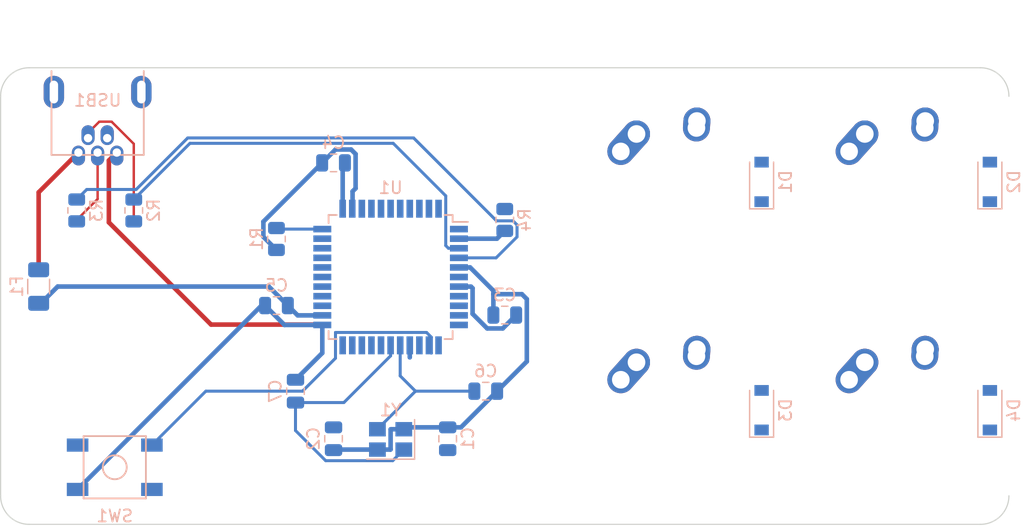
<source format=kicad_pcb>
(kicad_pcb (version 20211014) (generator pcbnew)
  (layers (0 "F.Cu" signal) (31 "B.Cu" signal) (34 "B.Paste" user) (35 "F.Paste" user) (36 "B.SilkS" user "B.Silkscreen") (37 "F.SilkS" user "F.Silkscreen") (38 "B.Mask" user) (39 "F.Mask" user) (44 "Edge.Cuts" user))
  (net 0 "")
  (net 1 "Net-(C1-Pad1)")
  (net 2 "GND")
  (net 3 "+5V")
  (net 4 "Net-(C6-Pad2)")
  (net 5 "Net-(C7-Pad2)")
  (net 6 "ROW0")
  (net 7 "Net-(D1-Pad2)")
  (net 8 "Net-(D2-Pad2)")
  (net 9 "ROW1")
  (net 10 "Net-(D3-Pad2)")
  (net 11 "Net-(D4-Pad2)")
  (net 12 "VCC")
  (net 13 "COL0")
  (net 14 "COL1")
  (net 15 "Net-(R1-Pad1)")
  (net 16 "D-")
  (net 17 "Net-(R2-Pad2)")
  (net 18 "D+")
  (net 19 "Net-(R3-Pad2)")
  (net 20 "Net-(R4-Pad2)")
  (footprint "MX_Alps_Hybrid:MX-1U-NoLED" (layer "F.Cu") (at 119.85625 46.83125)
    (fp_text reference "MX2")
    (fp_text value "MX-NoLED")
    (pad "" np_thru_hole circle locked (at 5.08 0 48.0996) (size 1.75 1.75) (drill 1.75) (layers *.Cu *.Mask))
    (pad "" np_thru_hole circle locked (at 0 0) (size 3.9878 3.9878) (drill 3.9878) (layers *.Cu *.Mask))
    (pad "" np_thru_hole circle locked (at -5.08 0 48.0996) (size 1.75 1.75) (drill 1.75) (layers *.Cu *.Mask))
    (pad "1" thru_hole oval locked (at -3.81 -2.54 48.0996) (size 4.211556 2.25) (drill 1.47 (offset 0.980778 0)) (layers *.Cu "B.Mask") (net 14 "COL1"))
    (pad "1" thru_hole circle locked (at -2.5 -4) (size 2.25 2.25) (drill 1.47) (layers *.Cu "B.Mask") (net 14 "COL1"))
    (pad "2" thru_hole oval locked (at 2.5 -4.5 86.0548) (size 2.831378 2.25) (drill 1.47 (offset 0.290689 0)) (layers *.Cu "B.Mask") (net 8 "Net-(D2-Pad2)"))
    (pad "2" thru_hole circle locked (at 2.54 -5.08) (size 2.25 2.25) (drill 1.47) (layers *.Cu "B.Mask") (net 8 "Net-(D2-Pad2)"))
  )
  (footprint "MX_Alps_Hybrid:MX-1U-NoLED" (layer "F.Cu") (at 100.80625 65.88125)
    (fp_text reference "MX3")
    (fp_text value "MX-NoLED")
    (pad "" np_thru_hole circle locked (at 5.08 0 48.0996) (size 1.75 1.75) (drill 1.75) (layers *.Cu *.Mask))
    (pad "" np_thru_hole circle locked (at 0 0) (size 3.9878 3.9878) (drill 3.9878) (layers *.Cu *.Mask))
    (pad "" np_thru_hole circle locked (at -5.08 0 48.0996) (size 1.75 1.75) (drill 1.75) (layers *.Cu *.Mask))
    (pad "1" thru_hole circle locked (at -2.5 -4) (size 2.25 2.25) (drill 1.47) (layers *.Cu "B.Mask") (net 13 "COL0"))
    (pad "1" thru_hole oval locked (at -3.81 -2.54 48.0996) (size 4.211556 2.25) (drill 1.47 (offset 0.980778 0)) (layers *.Cu "B.Mask") (net 13 "COL0"))
    (pad "2" thru_hole oval locked (at 2.5 -4.5 86.0548) (size 2.831378 2.25) (drill 1.47 (offset 0.290689 0)) (layers *.Cu "B.Mask") (net 10 "Net-(D3-Pad2)"))
    (pad "2" thru_hole circle locked (at 2.54 -5.08) (size 2.25 2.25) (drill 1.47) (layers *.Cu "B.Mask") (net 10 "Net-(D3-Pad2)"))
  )
  (footprint "MX_Alps_Hybrid:MX-1U-NoLED" (layer "F.Cu") (at 100.80625 46.83125)
    (fp_text reference "MX1")
    (fp_text value "MX-NoLED")
    (pad "" np_thru_hole circle locked (at 0 0) (size 3.9878 3.9878) (drill 3.9878) (layers *.Cu *.Mask))
    (pad "" np_thru_hole circle locked (at -5.08 0 48.0996) (size 1.75 1.75) (drill 1.75) (layers *.Cu *.Mask))
    (pad "" np_thru_hole circle locked (at 5.08 0 48.0996) (size 1.75 1.75) (drill 1.75) (layers *.Cu *.Mask))
    (pad "1" thru_hole circle locked (at -2.5 -4) (size 2.25 2.25) (drill 1.47) (layers *.Cu "B.Mask") (net 13 "COL0"))
    (pad "1" thru_hole oval locked (at -3.81 -2.54 48.0996) (size 4.211556 2.25) (drill 1.47 (offset 0.980778 0)) (layers *.Cu "B.Mask") (net 13 "COL0"))
    (pad "2" thru_hole circle locked (at 2.54 -5.08) (size 2.25 2.25) (drill 1.47) (layers *.Cu "B.Mask") (net 7 "Net-(D1-Pad2)"))
    (pad "2" thru_hole oval locked (at 2.5 -4.5 86.0548) (size 2.831378 2.25) (drill 1.47 (offset 0.290689 0)) (layers *.Cu "B.Mask") (net 7 "Net-(D1-Pad2)"))
  )
  (footprint "MX_Alps_Hybrid:MX-1U-NoLED" (layer "F.Cu") (at 119.85625 65.88125)
    (fp_text reference "MX4")
    (fp_text value "MX-NoLED")
    (pad "" np_thru_hole circle locked (at 5.08 0 48.0996) (size 1.75 1.75) (drill 1.75) (layers *.Cu *.Mask))
    (pad "" np_thru_hole circle locked (at -5.08 0 48.0996) (size 1.75 1.75) (drill 1.75) (layers *.Cu *.Mask))
    (pad "" np_thru_hole circle locked (at 0 0) (size 3.9878 3.9878) (drill 3.9878) (layers *.Cu *.Mask))
    (pad "1" thru_hole circle locked (at -2.5 -4) (size 2.25 2.25) (drill 1.47) (layers *.Cu "B.Mask") (net 14 "COL1"))
    (pad "1" thru_hole oval locked (at -3.81 -2.54 48.0996) (size 4.211556 2.25) (drill 1.47 (offset 0.980778 0)) (layers *.Cu "B.Mask") (net 14 "COL1"))
    (pad "2" thru_hole oval locked (at 2.5 -4.5 86.0548) (size 2.831378 2.25) (drill 1.47 (offset 0.290689 0)) (layers *.Cu "B.Mask") (net 11 "Net-(D4-Pad2)"))
    (pad "2" thru_hole circle locked (at 2.54 -5.08) (size 2.25 2.25) (drill 1.47) (layers *.Cu "B.Mask") (net 11 "Net-(D4-Pad2)"))
  )
  (footprint "Resistor_SMD:R_0805_2012Metric" (layer "B.Cu") (at 87.3125 50.00625 90)
    (fp_text reference "R4" (at 0 1.65 90) (layer "B.SilkS") (effects (justify mirror)))
    (fp_text value "10k")
    (fp_line (start -0.227064 -0.735) (end 0.227064 -0.735) (layer "B.SilkS") (width 0.12))
    (fp_line (start -0.227064 0.735) (end 0.227064 0.735) (layer "B.SilkS") (width 0.12))
    (pad "1" smd roundrect (at -0.9125 0 90) (size 1.025 1.4) (layers "B.Cu" "B.Paste" "B.Mask") (roundrect_rratio 0.243902) (net 3 "+5V"))
    (pad "2" smd roundrect (at 0.9125 0 90) (size 1.025 1.4) (layers "B.Cu" "B.Paste" "B.Mask") (roundrect_rratio 0.243902) (net 20 "Net-(R4-Pad2)"))
  )
  (footprint "Fuse:Fuse_1206_3216Metric" (layer "B.Cu") (at 48.41875 55.5625 -90)
    (fp_text reference "F1" (at 0 1.82 90) (layer "B.SilkS") (effects (justify mirror)))
    (fp_text value "500mA")
    (fp_line (start -0.602064 0.91) (end 0.602064 0.91) (layer "B.SilkS") (width 0.12))
    (fp_line (start -0.602064 -0.91) (end 0.602064 -0.91) (layer "B.SilkS") (width 0.12))
    (pad "1" smd roundrect (at -1.4 0 270) (size 1.25 1.75) (layers "B.Cu" "B.Paste" "B.Mask") (roundrect_rratio 0.2) (net 12 "VCC"))
    (pad "2" smd roundrect (at 1.4 0 270) (size 1.25 1.75) (layers "B.Cu" "B.Paste" "B.Mask") (roundrect_rratio 0.2) (net 3 "+5V"))
  )
  (footprint "Capacitor_SMD:C_0805_2012Metric" (layer "B.Cu") (at 69.85 64.29375 -90)
    (fp_text reference "C7" (at 0 1.68 -270) (layer "B.SilkS") (effects (justify mirror)))
    (fp_text value "22pF")
    (fp_line (start -0.261252 0.735) (end 0.261252 0.735) (layer "B.SilkS") (width 0.12))
    (fp_line (start -0.261252 -0.735) (end 0.261252 -0.735) (layer "B.SilkS") (width 0.12))
    (pad "1" smd roundrect (at -0.95 0 270) (size 1 1.45) (layers "B.Cu" "B.Paste" "B.Mask") (net 2 "GND"))
    (pad "2" smd roundrect (at 0.95 0 270) (size 1 1.45) (layers "B.Cu" "B.Paste" "B.Mask") (net 5 "Net-(C7-Pad2)"))
  )
  (footprint "Crystal:Crystal_SMD_3225-4Pin_3.2x2.5mm" (layer "B.Cu") (at 77.7875 68.31875 180)
    (fp_text reference "Y1" (at 0 2.45) (layer "B.SilkS") (effects (justify mirror)))
    (fp_text value "16MHz")
    (fp_line (start -2 1.65) (end -2 -1.65) (layer "B.SilkS") (width 0.12))
    (fp_line (start -2 -1.65) (end 2 -1.65) (layer "B.SilkS") (width 0.12))
    (pad "1" smd rect (at -1.1 -0.85 180) (size 1.4 1.2) (layers "B.Cu" "B.Paste" "B.Mask") (net 5 "Net-(C7-Pad2)"))
    (pad "2" smd rect (at 1.1 -0.85 180) (size 1.4 1.2) (layers "B.Cu" "B.Paste" "B.Mask") (net 2 "GND"))
    (pad "3" smd rect (at 1.1 0.85 180) (size 1.4 1.2) (layers "B.Cu" "B.Paste" "B.Mask") (net 4 "Net-(C6-Pad2)"))
    (pad "4" smd rect (at -1.1 0.85 180) (size 1.4 1.2) (layers "B.Cu" "B.Paste" "B.Mask") (net 2 "GND"))
  )
  (footprint "Capacitor_SMD:C_0805_2012Metric" (layer "B.Cu") (at 73.025 68.2625 -90)
    (fp_text reference "C2" (at 0 1.68 90) (layer "B.SilkS") (effects (justify mirror)))
    (fp_text value "0.1uF")
    (fp_line (start -0.261252 0.735) (end 0.261252 0.735) (layer "B.SilkS") (width 0.12))
    (fp_line (start -0.261252 -0.735) (end 0.261252 -0.735) (layer "B.SilkS") (width 0.12))
    (pad "1" smd roundrect (at -0.95 0 270) (size 1 1.45) (layers "B.Cu" "B.Paste" "B.Mask") (net 3 "+5V"))
    (pad "2" smd roundrect (at 0.95 0 270) (size 1 1.45) (layers "B.Cu" "B.Paste" "B.Mask") (net 2 "GND"))
  )
  (footprint "Diode_SMD:D_SOD-123" (layer "B.Cu") (at 127.79375 46.83125 90)
    (fp_text reference "D2" (at 0 2 90) (layer "B.SilkS") (effects (justify mirror)))
    (fp_text value "D_Small")
    (fp_line (start -2.25 1) (end 1.65 1) (layer "B.SilkS") (width 0.12))
    (fp_line (start -2.25 1) (end -2.25 -1) (layer "B.SilkS") (width 0.12))
    (fp_line (start -2.25 -1) (end 1.65 -1) (layer "B.SilkS") (width 0.12))
    (pad "1" smd rect (at -1.65 0 90) (size 0.9 1.2) (layers "B.Cu" "B.Paste" "B.Mask") (net 6 "ROW0"))
    (pad "2" smd rect (at 1.65 0 90) (size 0.9 1.2) (layers "B.Cu" "B.Paste" "B.Mask") (net 8 "Net-(D2-Pad2)"))
  )
  (footprint "Capacitor_SMD:C_0805_2012Metric" (layer "B.Cu") (at 68.2625 57.15 180)
    (fp_text reference "C5" (at 0 1.68) (layer "B.SilkS") (effects (justify mirror)))
    (fp_text value "10uF")
    (fp_line (start -0.261252 0.735) (end 0.261252 0.735) (layer "B.SilkS") (width 0.12))
    (fp_line (start -0.261252 -0.735) (end 0.261252 -0.735) (layer "B.SilkS") (width 0.12))
    (pad "1" smd roundrect (at -0.95 0 180) (size 1 1.45) (layers "B.Cu" "B.Paste" "B.Mask") (net 3 "+5V"))
    (pad "2" smd roundrect (at 0.95 0 180) (size 1 1.45) (layers "B.Cu" "B.Paste" "B.Mask") (net 2 "GND"))
  )
  (footprint "Capacitor_SMD:C_0805_2012Metric" (layer "B.Cu") (at 85.725 64.29375 180)
    (fp_text reference "C6" (at 0 1.68) (layer "B.SilkS") (effects (justify mirror)))
    (fp_text value "22pF")
    (fp_line (start -0.261252 0.735) (end 0.261252 0.735) (layer "B.SilkS") (width 0.12))
    (fp_line (start -0.261252 -0.735) (end 0.261252 -0.735) (layer "B.SilkS") (width 0.12))
    (pad "1" smd roundrect (at -0.95 0 180) (size 1 1.45) (layers "B.Cu" "B.Paste" "B.Mask") (net 2 "GND"))
    (pad "2" smd roundrect (at 0.95 0 180) (size 1 1.45) (layers "B.Cu" "B.Paste" "B.Mask") (net 4 "Net-(C6-Pad2)"))
  )
  (footprint "random-keyboard-parts:Molex-0548190519" (layer "B.Cu") (at 53.34 37.58125 -90)
    (fp_text reference "USB1")
    (fp_text value "Molex-0548190519")
    (fp_text user "${REFERENCE}" (at 2.45 0) (layer "B.SilkS") (effects (justify mirror)))
    (fp_line (start 0 3.85) (end 7 3.85) (layer "B.SilkS") (width 0.15))
    (fp_line (start 7 -3.85) (end 0 -3.85) (layer "B.SilkS") (width 0.15))
    (fp_line (start 7 3.85) (end 7 -3.85) (layer "B.SilkS") (width 0.15))
    (pad "1" thru_hole oval locked (at 6.8 -1.6 270) (size 1.65 1.1) (drill oval 0.7 (offset 0.25 0)) (layers *.Cu "F.Mask") (net 2 "GND"))
    (pad "2" thru_hole oval locked (at 5.6 -0.8 90) (size 1.65 1.1) (drill oval 0.7 (offset 0.25 0)) (layers *.Cu "F.Mask"))
    (pad "3" thru_hole oval locked (at 6.8 0 270) (size 1.65 1.1) (drill oval 0.7 (offset 0.25 0)) (layers *.Cu "F.Mask") (net 18 "D+"))
    (pad "4" thru_hole oval locked (at 5.6 0.8 90) (size 1.65 1.1) (drill oval 0.7 (offset 0.25 0)) (layers *.Cu "F.Mask") (net 16 "D-"))
    (pad "5" thru_hole oval locked (at 6.8 1.6 270) (size 1.65 1.1) (drill oval 0.7 (offset 0.25 0)) (layers *.Cu "F.Mask") (net 12 "VCC"))
    (pad "6" thru_hole oval locked (at 1.75 -3.65 270) (size 2.7 1.7) (drill oval 1.9 0.7) (layers *.Cu *.Mask))
    (pad "6" thru_hole oval locked (at 1.75 3.65 270) (size 2.7 1.7) (drill oval 1.9 0.7) (layers *.Cu *.Mask))
  )
  (footprint "Diode_SMD:D_SOD-123" (layer "B.Cu") (at 108.74375 46.83125 90)
    (fp_text reference "D1" (at 0 2 90) (layer "B.SilkS") (effects (justify mirror)))
    (fp_text value "D_Small")
    (fp_line (start -2.25 -1) (end 1.65 -1) (layer "B.SilkS") (width 0.12))
    (fp_line (start -2.25 1) (end 1.65 1) (layer "B.SilkS") (width 0.12))
    (fp_line (start -2.25 1) (end -2.25 -1) (layer "B.SilkS") (width 0.12))
    (pad "1" smd rect (at -1.65 0 90) (size 0.9 1.2) (layers "B.Cu" "B.Paste" "B.Mask") (net 6 "ROW0"))
    (pad "2" smd rect (at 1.65 0 90) (size 0.9 1.2) (layers "B.Cu" "B.Paste" "B.Mask") (net 7 "Net-(D1-Pad2)"))
  )
  (footprint "Capacitor_SMD:C_0805_2012Metric" (layer "B.Cu") (at 73.025 45.24375 180)
    (fp_text reference "C4" (at 0 1.68) (layer "B.SilkS") (effects (justify mirror)))
    (fp_text value "0.1uF")
    (fp_line (start -0.261252 0.735) (end 0.261252 0.735) (layer "B.SilkS") (width 0.12))
    (fp_line (start -0.261252 -0.735) (end 0.261252 -0.735) (layer "B.SilkS") (width 0.12))
    (pad "1" smd roundrect (at -0.95 0 180) (size 1 1.45) (layers "B.Cu" "B.Paste" "B.Mask") (net 3 "+5V"))
    (pad "2" smd roundrect (at 0.95 0 180) (size 1 1.45) (layers "B.Cu" "B.Paste" "B.Mask") (net 2 "GND"))
  )
  (footprint "Resistor_SMD:R_0805_2012Metric" (layer "B.Cu") (at 56.35625 49.2125 90)
    (fp_text reference "R2" (at 0 1.65 90) (layer "B.SilkS") (effects (justify mirror)))
    (fp_text value "22")
    (fp_line (start -0.227064 -0.735) (end 0.227064 -0.735) (layer "B.SilkS") (width 0.12))
    (fp_line (start -0.227064 0.735) (end 0.227064 0.735) (layer "B.SilkS") (width 0.12))
    (pad "1" smd roundrect (at -0.9125 0 90) (size 1.025 1.4) (layers "B.Cu" "B.Paste" "B.Mask") (roundrect_rratio 0.243902) (net 16 "D-"))
    (pad "2" smd roundrect (at 0.9125 0 90) (size 1.025 1.4) (layers "B.Cu" "B.Paste" "B.Mask") (roundrect_rratio 0.243902) (net 17 "Net-(R2-Pad2)"))
  )
  (footprint "Resistor_SMD:R_0805_2012Metric" (layer "B.Cu") (at 68.2625 51.59375 -90)
    (fp_text reference "R1" (at 0 1.65 90) (layer "B.SilkS") (effects (justify mirror)))
    (fp_text value "10k")
    (fp_line (start -0.227064 -0.735) (end 0.227064 -0.735) (layer "B.SilkS") (width 0.12))
    (fp_line (start -0.227064 0.735) (end 0.227064 0.735) (layer "B.SilkS") (width 0.12))
    (pad "1" smd roundrect (at -0.9125 0 270) (size 1.025 1.4) (layers "B.Cu" "B.Paste" "B.Mask") (roundrect_rratio 0.243902) (net 15 "Net-(R1-Pad1)"))
    (pad "2" smd roundrect (at 0.9125 0 270) (size 1.025 1.4) (layers "B.Cu" "B.Paste" "B.Mask") (roundrect_rratio 0.243902) (net 2 "GND"))
  )
  (footprint "Capacitor_SMD:C_0805_2012Metric" (layer "B.Cu") (at 87.3125 57.94375 180)
    (fp_text reference "C3" (at 0 1.68) (layer "B.SilkS") (effects (justify mirror)))
    (fp_text value "0.1uF")
    (fp_line (start -0.261252 0.735) (end 0.261252 0.735) (layer "B.SilkS") (width 0.12))
    (fp_line (start -0.261252 -0.735) (end 0.261252 -0.735) (layer "B.SilkS") (width 0.12))
    (pad "1" smd roundrect (at -0.95 0 180) (size 1 1.45) (layers "B.Cu" "B.Paste" "B.Mask") (net 3 "+5V"))
    (pad "2" smd roundrect (at 0.95 0 180) (size 1 1.45) (layers "B.Cu" "B.Paste" "B.Mask") (net 2 "GND"))
  )
  (footprint "Capacitor_SMD:C_0805_2012Metric" (layer "B.Cu") (at 82.55 68.2625 90)
    (fp_text reference "C1" (at 0 1.68 90) (layer "B.SilkS") (effects (justify mirror)))
    (fp_text value "1uF")
    (fp_line (start -0.261252 0.735) (end 0.261252 0.735) (layer "B.SilkS") (width 0.12))
    (fp_line (start -0.261252 -0.735) (end 0.261252 -0.735) (layer "B.SilkS") (width 0.12))
    (pad "1" smd roundrect (at -0.95 0 90) (size 1 1.45) (layers "B.Cu" "B.Paste" "B.Mask") (net 1 "Net-(C1-Pad1)"))
    (pad "2" smd roundrect (at 0.95 0 90) (size 1 1.45) (layers "B.Cu" "B.Paste" "B.Mask") (net 2 "GND"))
  )
  (footprint "Diode_SMD:D_SOD-123" (layer "B.Cu") (at 108.74375 65.88125 90)
    (fp_text reference "D3" (at 0 2 90) (layer "B.SilkS") (effects (justify mirror)))
    (fp_text value "D_Small")
    (fp_line (start -2.25 1) (end -2.25 -1) (layer "B.SilkS") (width 0.12))
    (fp_line (start -2.25 -1) (end 1.65 -1) (layer "B.SilkS") (width 0.12))
    (fp_line (start -2.25 1) (end 1.65 1) (layer "B.SilkS") (width 0.12))
    (pad "1" smd rect (at -1.65 0 90) (size 0.9 1.2) (layers "B.Cu" "B.Paste" "B.Mask") (net 9 "ROW1"))
    (pad "2" smd rect (at 1.65 0 90) (size 0.9 1.2) (layers "B.Cu" "B.Paste" "B.Mask") (net 10 "Net-(D3-Pad2)"))
  )
  (footprint "Package_QFP:TQFP-44_10x10mm_P0.8mm" (layer "B.Cu") (at 77.7875 54.76875 180)
    (fp_text reference "U1" (at 0 7.45) (layer "B.SilkS") (effects (justify mirror)))
    (fp_text value "ATmega32U4-A")
    (fp_line (start 5.175 -5.175) (end 4.5 -5.175) (layer "B.SilkS") (width 0.15))
    (fp_line (start -5.175 5.175) (end -4.5 5.175) (layer "B.SilkS") (width 0.15))
    (fp_line (start 5.175 5.175) (end 4.5 5.175) (layer "B.SilkS") (width 0.15))
    (fp_line (start 5.175 -5.175) (end 5.175 -4.5) (layer "B.SilkS") (width 0.15))
    (fp_line (start 5.175 5.175) (end 5.175 4.5) (layer "B.SilkS") (width 0.15))
    (fp_line (start -5.175 -5.175) (end -5.175 -4.5) (layer "B.SilkS") (width 0.15))
    (fp_line (start -5.175 4.6) (end -6.45 4.6) (layer "B.SilkS") (width 0.15))
    (fp_line (start -5.175 5.175) (end -5.175 4.6) (layer "B.SilkS") (width 0.15))
    (fp_line (start -5.175 -5.175) (end -4.5 -5.175) (layer "B.SilkS") (width 0.15))
    (pad "1" smd rect (at -5.7 4 180) (size 1.5 0.55) (layers "B.Cu" "B.Paste" "B.Mask"))
    (pad "2" smd rect (at -5.7 3.2 180) (size 1.5 0.55) (layers "B.Cu" "B.Paste" "B.Mask") (net 3 "+5V"))
    (pad "3" smd rect (at -5.7 2.4 180) (size 1.5 0.55) (layers "B.Cu" "B.Paste" "B.Mask") (net 17 "Net-(R2-Pad2)"))
    (pad "4" smd rect (at -5.7 1.6 180) (size 1.5 0.55) (layers "B.Cu" "B.Paste" "B.Mask") (net 19 "Net-(R3-Pad2)"))
    (pad "5" smd rect (at -5.7 0.8 180) (size 1.5 0.55) (layers "B.Cu" "B.Paste" "B.Mask") (net 2 "GND"))
    (pad "6" smd rect (at -5.7 0 180) (size 1.5 0.55) (layers "B.Cu" "B.Paste" "B.Mask") (net 1 "Net-(C1-Pad1)"))
    (pad "7" smd rect (at -5.7 -0.8 180) (size 1.5 0.55) (layers "B.Cu" "B.Paste" "B.Mask") (net 3 "+5V"))
    (pad "8" smd rect (at -5.7 -1.6 180) (size 1.5 0.55) (layers "B.Cu" "B.Paste" "B.Mask"))
    (pad "9" smd rect (at -5.7 -2.4 180) (size 1.5 0.55) (layers "B.Cu" "B.Paste" "B.Mask"))
    (pad "10" smd rect (at -5.7 -3.2 180) (size 1.5 0.55) (layers "B.Cu" "B.Paste" "B.Mask"))
    (pad "11" smd rect (at -5.7 -4 180) (size 1.5 0.55) (layers "B.Cu" "B.Paste" "B.Mask"))
    (pad "12" smd rect (at -4 -5.7 90) (size 1.5 0.55) (layers "B.Cu" "B.Paste" "B.Mask"))
    (pad "13" smd rect (at -3.2 -5.7 90) (size 1.5 0.55) (layers "B.Cu" "B.Paste" "B.Mask") (net 20 "Net-(R4-Pad2)"))
    (pad "14" smd rect (at -2.4 -5.7 90) (size 1.5 0.55) (layers "B.Cu" "B.Paste" "B.Mask") (net 3 "+5V"))
    (pad "15" smd rect (at -1.6 -5.7 90) (size 1.5 0.55) (layers "B.Cu" "B.Paste" "B.Mask") (net 2 "GND"))
    (pad "16" smd rect (at -0.8 -5.7 90) (size 1.5 0.55) (layers "B.Cu" "B.Paste" "B.Mask") (net 4 "Net-(C6-Pad2)"))
    (pad "17" smd rect (at 0 -5.7 90) (size 1.5 0.55) (layers "B.Cu" "B.Paste" "B.Mask") (net 5 "Net-(C7-Pad2)"))
    (pad "18" smd rect (at 0.8 -5.7 90) (size 1.5 0.55) (layers "B.Cu" "B.Paste" "B.Mask"))
    (pad "19" smd rect (at 1.6 -5.7 90) (size 1.5 0.55) (layers "B.Cu" "B.Paste" "B.Mask"))
    (pad "20" smd rect (at 2.4 -5.7 90) (size 1.5 0.55) (layers "B.Cu" "B.Paste" "B.Mask"))
    (pad "21" smd rect (at 3.2 -5.7 90) (size 1.5 0.55) (layers "B.Cu" "B.Paste" "B.Mask"))
    (pad "22" smd rect (at 4 -5.7 90) (size 1.5 0.55) (layers "B.Cu" "B.Paste" "B.Mask"))
    (pad "23" smd rect (at 5.7 -4 180) (size 1.5 0.55) (layers "B.Cu" "B.Paste" "B.Mask") (net 2 "GND"))
    (pad "24" smd rect (at 5.7 -3.2 180) (size 1.5 0.55) (layers "B.Cu" "B.Paste" "B.Mask") (net 3 "+5V"))
    (pad "25" smd rect (at 5.7 -2.4 180) (size 1.5 0.55) (layers "B.Cu" "B.Paste" "B.Mask"))
    (pad "26" smd rect (at 5.7 -1.6 180) (size 1.5 0.55) (layers "B.Cu" "B.Paste" "B.Mask"))
    (pad "27" smd rect (at 5.7 -0.8 180) (size 1.5 0.55) (layers "B.Cu" "B.Paste" "B.Mask"))
    (pad "28" smd rect (at 5.7 0 180) (size 1.5 0.55) (layers "B.Cu" "B.Paste" "B.Mask"))
    (pad "29" smd rect (at 5.7 0.8 180) (size 1.5 0.55) (layers "B.Cu" "B.Paste" "B.Mask"))
    (pad "30" smd rect (at 5.7 1.6 180) (size 1.5 0.55) (layers "B.Cu" "B.Paste" "B.Mask"))
    (pad "31" smd rect (at 5.7 2.4 180) (size 1.5 0.55) (layers "B.Cu" "B.Paste" "B.Mask"))
    (pad "32" smd rect (at 5.7 3.2 180) (size 1.5 0.55) (layers "B.Cu" "B.Paste" "B.Mask"))
    (pad "33" smd rect (at 5.7 4 180) (size 1.5 0.55) (layers "B.Cu" "B.Paste" "B.Mask") (net 15 "Net-(R1-Pad1)"))
    (pad "34" smd rect (at 4 5.7 90) (size 1.5 0.55) (layers "B.Cu" "B.Paste" "B.Mask") (net 3 "+5V"))
    (pad "35" smd rect (at 3.2 5.7 90) (size 1.5 0.55) (layers "B.Cu" "B.Paste" "B.Mask") (net 2 "GND"))
    (pad "36" smd rect (at 2.4 5.7 90) (size 1.5 0.55) (layers "B.Cu" "B.Paste" "B.Mask"))
    (pad "37" smd rect (at 1.6 5.7 90) (size 1.5 0.55) (layers "B.Cu" "B.Paste" "B.Mask"))
    (pad "38" smd rect (at 0.8 5.7 90) (size 1.5 0.55) (layers "B.Cu" "B.Paste" "B.Mask"))
    (pad "39" smd rect (at 0 5.7 90) (size 1.5 0.55) (layers "B.Cu" "B.Paste" "B.Mask"))
    (pad "40" smd rect (at -0.8 5.7 90) (size 1.5 0.55) (layers "B.Cu" "B.Paste" "B.Mask"))
    (pad "41" smd rect (at -1.6 5.7 90) (size 1.5 0.55) (layers "B.Cu" "B.Paste" "B.Mask"))
    (pad "42" smd rect (at -2.4 5.7 90) (size 1.5 0.55) (layers "B.Cu" "B.Paste" "B.Mask"))
    (pad "43" smd rect (at -3.2 5.7 90) (size 1.5 0.55) (layers "B.Cu" "B.Paste" "B.Mask") (net 2 "GND"))
    (pad "44" smd rect (at -4 5.7 90) (size 1.5 0.55) (layers "B.Cu" "B.Paste" "B.Mask") (net 3 "+5V"))
  )
  (footprint "random-keyboard-parts:SKQG-1155865" (layer "B.Cu") (at 54.76875 70.64375 180)
    (fp_text reference "SW1" (at 0 -4.064) (layer "B.SilkS") (effects (justify mirror)))
    (fp_text value "SW_Push")
    (fp_line (start 2.6 -2.6) (end -2.6 -2.6) (layer "B.SilkS") (width 0.15))
    (fp_line (start -2.6 -2.6) (end -2.6 2.6) (layer "B.SilkS") (width 0.15))
    (fp_line (start -2.6 2.6) (end 2.6 2.6) (layer "B.SilkS") (width 0.15))
    (fp_line (start 2.6 2.6) (end 2.6 -2.6) (layer "B.SilkS") (width 0.15))
    (fp_circle (center 0 0) (end 1 0) (layer "B.SilkS") (width 0.15) (fill none))
    (pad "1" smd rect locked (at 3.1 -1.85 180) (size 1.8 1.1) (layers "B.Cu" "B.Paste" "B.Mask") (net 2 "GND"))
    (pad "2" smd rect locked (at -3.1 1.85 180) (size 1.8 1.1) (layers "B.Cu" "B.Paste" "B.Mask") (net 20 "Net-(R4-Pad2)"))
    (pad "3" smd rect locked (at 3.1 1.85 180) (size 1.8 1.1) (layers "B.Cu" "B.Paste" "B.Mask"))
    (pad "4" smd rect locked (at -3.1 -1.85 180) (size 1.8 1.1) (layers "B.Cu" "B.Paste" "B.Mask"))
  )
  (footprint "Resistor_SMD:R_0805_2012Metric" (layer "B.Cu") (at 51.59375 49.2125 90)
    (fp_text reference "R3" (at 0 1.65 90) (layer "B.SilkS") (effects (justify mirror)))
    (fp_text value "22")
    (fp_line (start -0.227064 -0.735) (end 0.227064 -0.735) (layer "B.SilkS") (width 0.12))
    (fp_line (start -0.227064 0.735) (end 0.227064 0.735) (layer "B.SilkS") (width 0.12))
    (pad "1" smd roundrect (at -0.9125 0 90) (size 1.025 1.4) (layers "B.Cu" "B.Paste" "B.Mask") (roundrect_rratio 0.243902) (net 18 "D+"))
    (pad "2" smd roundrect (at 0.9125 0 90) (size 1.025 1.4) (layers "B.Cu" "B.Paste" "B.Mask") (roundrect_rratio 0.243902) (net 19 "Net-(R3-Pad2)"))
  )
  (footprint "Diode_SMD:D_SOD-123" (layer "B.Cu") (at 127.79375 65.88125 90)
    (fp_text reference "D4" (at 0 2 90) (layer "B.SilkS") (effects (justify mirror)))
    (fp_text value "D_Small")
    (fp_line (start -2.25 1) (end 1.65 1) (layer "B.SilkS") (width 0.12))
    (fp_line (start -2.25 1) (end -2.25 -1) (layer "B.SilkS") (width 0.12))
    (fp_line (start -2.25 -1) (end 1.65 -1) (layer "B.SilkS") (width 0.12))
    (pad "1" smd rect (at -1.65 0 90) (size 0.9 1.2) (layers "B.Cu" "B.Paste" "B.Mask") (net 9 "ROW1"))
    (pad "2" smd rect (at 1.65 0 90) (size 0.9 1.2) (layers "B.Cu" "B.Paste" "B.Mask") (net 11 "Net-(D4-Pad2)"))
  )
  (gr_arc (start 129.38125 73.025) (mid 128.683798 74.708798) (end 127 75.40625) (layer "Edge.Cuts") (width 0.1))
  (gr_line (start 127 75.40625) (end 47.625 75.40625) (layer "Edge.Cuts") (width 0.1))
  (gr_arc (start 127 37.30625) (mid 128.683798 38.003702) (end 129.38125 39.6875) (layer "Edge.Cuts") (width 0.1))
  (gr_line (start 127 37.30625) (end 47.625 37.30625) (layer "Edge.Cuts") (width 0.1))
  (gr_arc (start 47.625 75.40625) (mid 45.941202 74.708798) (end 45.24375 73.025) (layer "Edge.Cuts") (width 0.1))
  (gr_arc (start 45.24375 39.6875) (mid 45.941202 38.003702) (end 47.625 37.30625) (layer "Edge.Cuts") (width 0.1))
  (gr_line (start 45.24375 39.6875) (end 45.24375 73.025) (layer "Edge.Cuts") (width 0.1))
  (segment (start 54.27825 50.209422) (end 62.806328 58.7375) (width 0.381) (layer "F.Cu") (net 2))
  (segment (start 54.27825 45.043) (end 54.27825 50.209422) (width 0.381) (layer "F.Cu") (net 2))
  (segment (start 54.94 44.38125) (end 54.27825 45.043) (width 0.381) (layer "F.Cu") (net 2))
  (segment (start 62.806328 58.7375) (end 71.4375 58.7375) (width 0.381) (layer "F.Cu") (net 2))
  (segment (start 83.65625 67.3125) (end 82.55 67.3125) (width 0.381) (layer "B.Cu") (net 2))
  (segment (start 77.7685 69.16875) (end 76.6875 69.16875) (width 0.381) (layer "B.Cu") (net 2))
  (segment (start 67.172 50.14675) (end 72.075 45.24375) (width 0.381) (layer "B.Cu") (net 2))
  (segment (start 84.425011 53.96875) (end 83.4875 53.96875) (width 0.381) (layer "B.Cu") (net 2))
  (segment (start 69.85 63.34375) (end 72.0875 61.10625) (width 0.381) (layer "B.Cu") (net 2))
  (segment (start 89.153 61.81575) (end 89.153 56.60925) (width 0.381) (layer "B.Cu") (net 2))
  (segment (start 67.3125 57.15) (end 68.93125 58.76875) (width 0.381) (layer "B.Cu") (net 2))
  (segment (start 77.8065 67.46875) (end 77.7875 67.48775) (width 0.381) (layer "B.Cu") (net 2))
  (segment (start 82.55 67.3125) (end 79.04375 67.3125) (width 0.381) (layer "B.Cu") (net 2))
  (segment (start 51.66875 72.49375) (end 67.0125 57.15) (width 0.381) (layer "B.Cu") (net 2))
  (segment (start 86.675 64.29375) (end 83.65625 67.3125) (width 0.381) (layer "B.Cu") (net 2))
  (segment (start 68.2625 52.50625) (end 67.172 51.41575) (width 0.381) (layer "B.Cu") (net 2))
  (segment (start 67.172 51.41575) (end 67.172 50.14675) (width 0.381) (layer "B.Cu") (net 2))
  (segment (start 74.8655 47.372) (end 74.6125 47.625) (width 0.381) (layer "B.Cu") (net 2))
  (segment (start 77.7875 67.48775) (end 77.7875 69.14975) (width 0.381) (layer "B.Cu") (net 2))
  (segment (start 74.490304 44.12825) (end 74.8655 44.503446) (width 0.381) (layer "B.Cu") (net 2))
  (segment (start 76.6875 69.16875) (end 73.06875 69.16875) (width 0.381) (layer "B.Cu") (net 2))
  (segment (start 68.93125 58.76875) (end 72.0875 58.76875) (width 0.381) (layer "B.Cu") (net 2))
  (segment (start 73.06875 69.16875) (end 73.025 69.2125) (width 0.381) (layer "B.Cu") (net 2))
  (segment (start 73.1905 44.12825) (end 74.490304 44.12825) (width 0.381) (layer "B.Cu") (net 2))
  (segment (start 86.675 64.29375) (end 89.153 61.81575) (width 0.381) (layer "B.Cu") (net 2))
  (segment (start 88.74375 56.2) (end 86.3625 56.2) (width 0.381) (layer "B.Cu") (net 2))
  (segment (start 79.3875 61.47475) (end 79.3875 60.46875) (width 0.381) (layer "B.Cu") (net 2))
  (segment (start 74.8655 44.503446) (end 74.8655 47.372) (width 0.381) (layer "B.Cu") (net 2))
  (segment (start 86.3625 55.906239) (end 84.425011 53.96875) (width 0.381) (layer "B.Cu") (net 2))
  (segment (start 77.7875 69.14975) (end 77.7685 69.16875) (width 0.381) (layer "B.Cu") (net 2))
  (segment (start 79.04375 67.3125) (end 78.8875 67.46875) (width 0.381) (layer "B.Cu") (net 2))
  (segment (start 67.0125 57.15) (end 67.3125 57.15) (width 0.381) (layer "B.Cu") (net 2))
  (segment (start 78.8875 67.46875) (end 77.8065 67.46875) (width 0.381) (layer "B.Cu") (net 2))
  (segment (start 72.0875 61.10625) (end 72.0875 58.76875) (width 0.381) (layer "B.Cu") (net 2))
  (segment (start 86.3625 57.94375) (end 86.3625 56.2) (width 0.381) (layer "B.Cu") (net 2))
  (segment (start 86.3625 56.2) (end 86.3625 55.906239) (width 0.381) (layer "B.Cu") (net 2))
  (segment (start 74.6125 47.625) (end 74.6125 48.41875) (width 0.381) (layer "B.Cu") (net 2))
  (segment (start 72.075 45.24375) (end 73.1905 44.12825) (width 0.381) (layer "B.Cu") (net 2))
  (segment (start 89.153 56.60925) (end 88.74375 56.2) (width 0.381) (layer "B.Cu") (net 2))
  (segment (start 69.2125 57.15) (end 70.03125 57.96875) (width 0.381) (layer "B.Cu") (net 3))
  (segment (start 84.628 57.840054) (end 84.628 55.70325) (width 0.381) (layer "B.Cu") (net 3))
  (segment (start 73.7875 45.43125) (end 73.975 45.24375) (width 0.381) (layer "B.Cu") (net 3))
  (segment (start 86.6625 51.56875) (end 83.4875 51.56875) (width 0.381) (layer "B.Cu") (net 3))
  (segment (start 85.847196 59.05925) (end 84.628 57.840054) (width 0.381) (layer "B.Cu") (net 3))
  (segment (start 84.4935 55.56875) (end 83.4875 55.56875) (width 0.381) (layer "B.Cu") (net 3))
  (segment (start 67.625 55.5625) (end 69.2125 57.15) (width 0.381) (layer "B.Cu") (net 3))
  (segment (start 48.41875 57.15) (end 50.00625 55.5625) (width 0.381) (layer "B.Cu") (net 3))
  (segment (start 50.00625 55.5625) (end 67.625 55.5625) (width 0.381) (layer "B.Cu") (net 3))
  (segment (start 73.7875 49.06875) (end 73.7875 45.43125) (width 0.381) (layer "B.Cu") (net 3))
  (segment (start 87.3125 50.91875) (end 86.6625 51.56875) (width 0.381) (layer "B.Cu") (net 3))
  (segment (start 87.147 59.05925) (end 85.847196 59.05925) (width 0.381) (layer "B.Cu") (net 3))
  (segment (start 84.628 55.70325) (end 84.4935 55.56875) (width 0.381) (layer "B.Cu") (net 3))
  (segment (start 88.2625 57.94375) (end 87.147 59.05925) (width 0.381) (layer "B.Cu") (net 3))
  (segment (start 48.41875 56.9625) (end 48.41875 57.15) (width 0.381) (layer "B.Cu") (net 3))
  (segment (start 70.03125 57.96875) (end 72.0875 57.96875) (width 0.381) (layer "B.Cu") (net 3))
  (segment (start 78.5875 60.46875) (end 78.5875 63.01875) (width 0.25) (layer "B.Cu") (net 4))
  (segment (start 79.8625 64.29375) (end 84.775 64.29375) (width 0.25) (layer "B.Cu") (net 4))
  (segment (start 76.6875 67.46875) (end 79.8625 64.29375) (width 0.25) (layer "B.Cu") (net 4))
  (segment (start 78.5875 63.01875) (end 79.8625 64.29375) (width 0.25) (layer "B.Cu") (net 4))
  (segment (start 69.85 67.575673) (end 69.85 65.24375) (width 0.25) (layer "B.Cu") (net 5))
  (segment (start 72.368077 70.09375) (end 69.85 67.575673) (width 0.25) (layer "B.Cu") (net 5))
  (segment (start 78.8875 69.16875) (end 77.9625 70.09375) (width 0.25) (layer "B.Cu") (net 5))
  (segment (start 69.85 65.24375) (end 73.8875 65.24375) (width 0.25) (layer "B.Cu") (net 5))
  (segment (start 77.9625 70.09375) (end 72.368077 70.09375) (width 0.25) (layer "B.Cu") (net 5))
  (segment (start 77.7875 61.34375) (end 77.7875 60.46875) (width 0.25) (layer "B.Cu") (net 5))
  (segment (start 73.8875 65.24375) (end 77.7875 61.34375) (width 0.25) (layer "B.Cu") (net 5))
  (segment (start 51.74 44.38125) (end 48.41875 47.7025) (width 0.381) (layer "F.Cu") (net 12))
  (segment (start 48.41875 47.7025) (end 48.41875 53.975) (width 0.381) (layer "F.Cu") (net 12))
  (segment (start 68.2625 50.68125) (end 68.35 50.76875) (width 0.25) (layer "B.Cu") (net 15))
  (segment (start 68.35 50.76875) (end 72.0875 50.76875) (width 0.25) (layer "B.Cu") (net 15))
  (segment (start 53.47853 41.80625) (end 54.50625 41.80625) (width 0.2) (layer "F.Cu") (net 16))
  (segment (start 56.35625 43.65625) (end 56.35625 50.00625) (width 0.2) (layer "F.Cu") (net 16))
  (segment (start 54.50625 41.80625) (end 56.35625 43.65625) (width 0.2) (layer "F.Cu") (net 16))
  (segment (start 52.54 42.74478) (end 53.47853 41.80625) (width 0.2) (layer "F.Cu") (net 16))
  (segment (start 52.54 43.18125) (end 52.54 42.74478) (width 0.2) (layer "F.Cu") (net 16))
  (segment (start 82.3875 47.99375) (end 82.3875 52.14375) (width 0.25) (layer "B.Cu") (net 17))
  (segment (start 82.6125 52.36875) (end 83.4875 52.36875) (width 0.25) (layer "B.Cu") (net 17))
  (segment (start 61.0435 43.61275) (end 78.0065 43.61275) (width 0.25) (layer "B.Cu") (net 17))
  (segment (start 78.0065 43.61275) (end 82.3875 47.99375) (width 0.25) (layer "B.Cu") (net 17))
  (segment (start 56.35625 48.3) (end 61.0435 43.61275) (width 0.25) (layer "B.Cu") (net 17))
  (segment (start 82.3875 52.14375) (end 82.6125 52.36875) (width 0.25) (layer "B.Cu") (net 17))
  (segment (start 53.34 44.38125) (end 53.34 48.26) (width 0.2) (layer "F.Cu") (net 18))
  (segment (start 53.34 48.26) (end 51.59375 50.00625) (width 0.2) (layer "F.Cu") (net 18))
  (segment (start 88.3375 51.419423) (end 86.588173 53.16875) (width 0.25) (layer "B.Cu") (net 19))
  (segment (start 51.59375 48.3) (end 52.43125 47.4625) (width 0.25) (layer "B.Cu") (net 19))
  (segment (start 52.43125 47.4625) (end 56.557354 47.4625) (width 0.25) (layer "B.Cu") (net 19))
  (segment (start 56.557354 47.4625) (end 60.857104 43.16275) (width 0.25) (layer "B.Cu") (net 19))
  (segment (start 86.588173 53.16875) (end 83.4875 53.16875) (width 0.25) (layer "B.Cu") (net 19))
  (segment (start 88.000673 50.08125) (end 88.3375 50.418077) (width 0.25) (layer "B.Cu") (net 19))
  (segment (start 88.3375 50.418077) (end 88.3375 51.419423) (width 0.25) (layer "B.Cu") (net 19))
  (segment (start 86.624327 50.08125) (end 88.000673 50.08125) (width 0.25) (layer "B.Cu") (net 19))
  (segment (start 79.705827 43.16275) (end 86.624327 50.08125) (width 0.25) (layer "B.Cu") (net 19))
  (segment (start 60.857104 43.16275) (end 79.705827 43.16275) (width 0.25) (layer "B.Cu") (net 19))
  (segment (start 73.1875 61.54375) (end 73.1875 59.39375) (width 0.25) (layer "B.Cu") (net 20))
  (segment (start 57.86875 68.79375) (end 62.36875 64.29375) (width 0.25) (layer "B.Cu") (net 20))
  (segment (start 62.36875 64.29375) (end 70.4375 64.29375) (width 0.25) (layer "B.Cu") (net 20))
  (segment (start 80.7875 59.39375) (end 81.1875 59.79375) (width 0.25) (layer "B.Cu") (net 20))
  (segment (start 81.1875 59.79375) (end 81.1875 61.11875) (width 0.25) (layer "B.Cu") (net 20))
  (segment (start 73.1875 59.39375) (end 80.7875 59.39375) (width 0.25) (layer "B.Cu") (net 20))
  (segment (start 70.4375 64.29375) (end 73.1875 61.54375) (width 0.25) (layer "B.Cu") (net 20))
  (segment (start 81.1875 61.11875) (end 80.9875 60.91875) (width 0.25) (layer "B.Cu") (net 20))
  (segment (start 80.9875 60.91875) (end 80.9875 60.46875) (width 0.25) (layer "B.Cu") (net 20))
)
</source>
